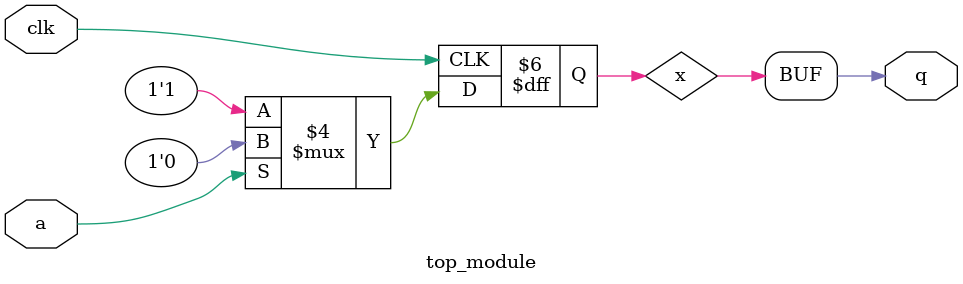
<source format=v>
module top_module (
    input clk,
    input a,
    output q );
    
    reg x;
    
    always @(posedge clk) begin
        if (a == 1) begin
        	x = 0;
        end
        else begin
        	x = 1;
        end
    end

    assign q = x;
endmodule

</source>
